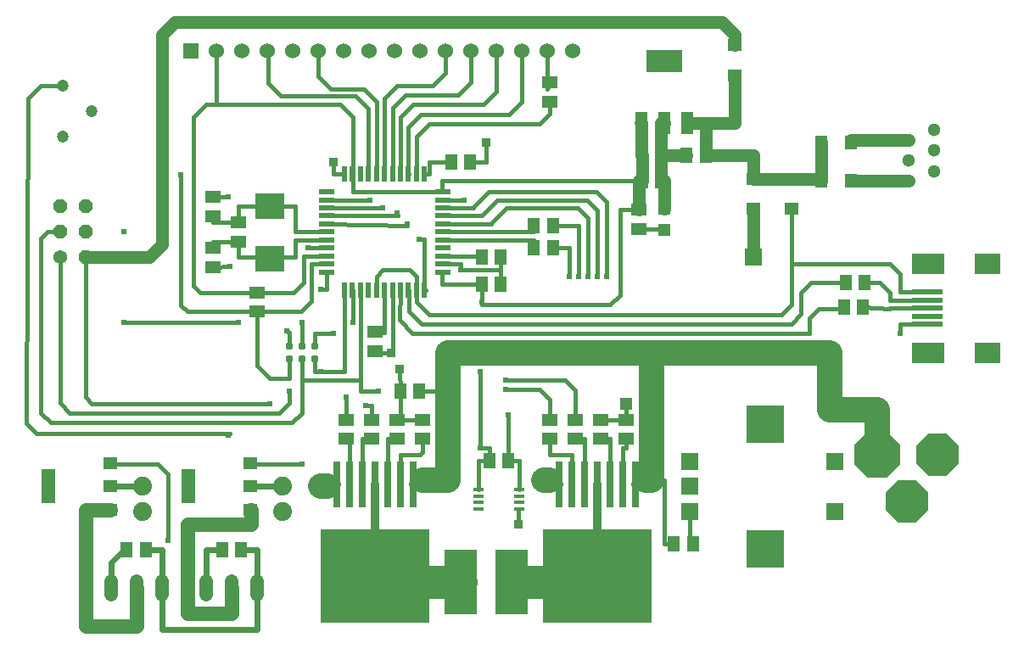
<source format=gbr>
G04 EAGLE Gerber RS-274X export*
G75*
%MOMM*%
%FSLAX34Y34*%
%LPD*%
%INBottom Copper*%
%IPPOS*%
%AMOC8*
5,1,8,0,0,1.08239X$1,22.5*%
G01*
%ADD10C,0.787400*%
%ADD11R,1.500000X1.300000*%
%ADD12R,2.500000X2.000000*%
%ADD13R,3.300000X2.000000*%
%ADD14R,3.100000X0.500000*%
%ADD15R,1.300000X1.600000*%
%ADD16R,1.300000X1.500000*%
%ADD17R,0.500000X1.500000*%
%ADD18R,1.500000X0.500000*%
%ADD19R,3.000000X2.500000*%
%ADD20R,1.200000X1.200000*%
%ADD21R,3.816000X3.816000*%
%ADD22R,1.800000X1.800000*%
%ADD23R,1.524000X1.524000*%
%ADD24C,1.524000*%
%ADD25R,1.219200X2.235200*%
%ADD26R,3.600000X2.200000*%
%ADD27C,1.300000*%
%ADD28R,1.400000X1.200000*%
%ADD29R,1.600000X1.300000*%
%ADD30C,1.371600*%
%ADD31P,1.484606X8X112.500000*%
%ADD32C,1.200000*%
%ADD33R,1.200000X1.400000*%
%ADD34R,10.800000X9.400000*%
%ADD35R,0.800000X4.600000*%
%ADD36R,1.000000X0.450000*%
%ADD37P,4.996312X8X292.500000*%
%ADD38P,4.563356X8X112.500000*%
%ADD39P,4.563356X8X22.500000*%
%ADD40R,1.400000X3.500000*%
%ADD41C,1.879600*%
%ADD42C,1.371600*%
%ADD43R,3.251200X6.451600*%
%ADD44C,0.406400*%
%ADD45R,0.609600X0.609600*%
%ADD46R,0.904800X0.904800*%
%ADD47R,0.804800X0.804800*%
%ADD48C,1.270000*%
%ADD49R,1.050000X1.050000*%
%ADD50C,0.812800*%
%ADD51C,2.540000*%
%ADD52C,1.422400*%
%ADD53C,0.609600*%
%ADD54C,3.302000*%


D10*
X298450Y292100D03*
X285750Y292100D03*
X273050Y292100D03*
X273050Y279400D03*
X285750Y279400D03*
X298450Y279400D03*
D11*
X622300Y428600D03*
X622300Y409600D03*
D12*
X969800Y285700D03*
X969800Y374700D03*
D13*
X910800Y285700D03*
X910800Y374700D03*
D14*
X909800Y346200D03*
X909800Y338200D03*
X909800Y330200D03*
X909800Y322200D03*
X909800Y314200D03*
D15*
X826986Y331724D03*
X845986Y331724D03*
X828700Y355600D03*
X847700Y355600D03*
D16*
X465544Y381000D03*
X484544Y381000D03*
D17*
X408300Y348400D03*
X400300Y348400D03*
X392300Y348400D03*
X384300Y348400D03*
X376300Y348400D03*
X368300Y348400D03*
X360300Y348400D03*
X352300Y348400D03*
X344300Y348400D03*
X336300Y348400D03*
X328300Y348400D03*
D18*
X310300Y366400D03*
X310300Y374400D03*
X310300Y382400D03*
X310300Y390400D03*
X310300Y398400D03*
X310300Y406400D03*
X310300Y414400D03*
X310300Y422400D03*
X310300Y430400D03*
X310300Y438400D03*
X310300Y446400D03*
D17*
X328300Y464400D03*
X336300Y464400D03*
X344300Y464400D03*
X352300Y464400D03*
X360300Y464400D03*
X368300Y464400D03*
X376300Y464400D03*
X384300Y464400D03*
X392300Y464400D03*
X400300Y464400D03*
X408300Y464400D03*
D18*
X426300Y446400D03*
X426300Y438400D03*
X426300Y430400D03*
X426300Y422400D03*
X426300Y414400D03*
X426300Y406400D03*
X426300Y398400D03*
X426300Y390400D03*
X426300Y382400D03*
X426300Y374400D03*
X426300Y366400D03*
D11*
X196850Y371500D03*
X196850Y390500D03*
X196850Y441300D03*
X196850Y422300D03*
D15*
X454000Y476250D03*
X435000Y476250D03*
D11*
X358775Y287744D03*
X358775Y306744D03*
D19*
X254000Y379750D03*
X254000Y432050D03*
D16*
X484544Y354394D03*
X465544Y354394D03*
D20*
X647700Y429600D03*
X647700Y408600D03*
D11*
X222250Y396900D03*
X222250Y415900D03*
X533400Y536600D03*
X533400Y555600D03*
D21*
X748100Y89900D03*
X748100Y214900D03*
D22*
X673100Y177400D03*
X673100Y152400D03*
X673100Y127400D03*
X818100Y127400D03*
X818100Y177400D03*
D23*
X175300Y586800D03*
D24*
X200700Y586800D03*
X226100Y586800D03*
X251500Y586800D03*
X276900Y586800D03*
X302300Y586800D03*
X327700Y586800D03*
X353100Y586800D03*
X378500Y586800D03*
X403900Y586800D03*
X429300Y586800D03*
X454700Y586800D03*
X480100Y586800D03*
X505500Y586800D03*
X530900Y586800D03*
X556300Y586800D03*
D16*
X688950Y482600D03*
X669950Y482600D03*
X625500Y482600D03*
X644500Y482600D03*
D25*
X670814Y515112D03*
X647700Y515112D03*
X624586Y515112D03*
D26*
X647700Y577090D03*
D27*
X916800Y508000D03*
X891400Y498000D03*
X916800Y487600D03*
X891400Y477600D03*
X916800Y467200D03*
X891400Y457200D03*
D28*
X774700Y429500D03*
X774700Y459500D03*
X736600Y429500D03*
X736600Y459500D03*
X717550Y592850D03*
X717550Y562850D03*
D16*
X625500Y457200D03*
X644500Y457200D03*
D29*
X241300Y327050D03*
X241300Y346050D03*
D30*
X44450Y381000D03*
D31*
X69850Y381000D03*
X44450Y406400D03*
X69850Y406400D03*
X44450Y431800D03*
X69850Y431800D03*
D32*
X47700Y552450D03*
X47700Y501650D03*
X76200Y527050D03*
D33*
X834150Y457200D03*
X804150Y457200D03*
D34*
X358800Y63300D03*
D35*
X358800Y154800D03*
X346100Y154800D03*
X333400Y154800D03*
X320700Y154800D03*
X371500Y154800D03*
X384200Y154800D03*
X396900Y154800D03*
D34*
X581050Y63300D03*
D35*
X581050Y154800D03*
X568350Y154800D03*
X555650Y154800D03*
X542950Y154800D03*
X593750Y154800D03*
X606450Y154800D03*
X619150Y154800D03*
D11*
X381000Y219050D03*
X381000Y200050D03*
X584200Y219050D03*
X584200Y200050D03*
X609600Y200050D03*
X609600Y219050D03*
X355600Y200050D03*
X355600Y219050D03*
X330200Y200050D03*
X330200Y219050D03*
X533400Y200050D03*
X533400Y219050D03*
X558800Y200050D03*
X558800Y219050D03*
D16*
X384200Y247650D03*
X403200Y247650D03*
X676250Y95250D03*
X657250Y95250D03*
X473100Y177800D03*
X492100Y177800D03*
D36*
X503100Y149450D03*
X503100Y142950D03*
X503100Y136450D03*
X503100Y129950D03*
X462100Y129950D03*
X462100Y136450D03*
X462100Y142950D03*
X462100Y149450D03*
D37*
X859950Y184150D03*
D38*
X919950Y184150D03*
D39*
X889950Y137150D03*
D28*
X234190Y175510D03*
X234190Y152400D03*
X234190Y129290D03*
D40*
X172210Y152400D03*
D16*
X517550Y390271D03*
X536550Y390271D03*
D28*
X94490Y175510D03*
X94490Y152400D03*
X94490Y129290D03*
D40*
X32510Y152400D03*
D16*
X517550Y412750D03*
X536550Y412750D03*
D41*
X266700Y127000D03*
X266700Y152400D03*
X127000Y127000D03*
X127000Y152400D03*
D42*
X146050Y57658D02*
X146050Y43942D01*
X120650Y43942D02*
X120650Y57658D01*
X95250Y57658D02*
X95250Y43942D01*
X241300Y43942D02*
X241300Y57658D01*
X215900Y57658D02*
X215900Y43942D01*
X190500Y43942D02*
X190500Y57658D01*
D16*
X130150Y88900D03*
X111150Y88900D03*
X225400Y88900D03*
X206400Y88900D03*
D11*
X406400Y200050D03*
X406400Y219050D03*
D43*
X444500Y57150D03*
X495300Y57150D03*
D33*
X834150Y495300D03*
X804150Y495300D03*
D44*
X444500Y374400D02*
X426300Y374400D01*
X376300Y348400D02*
X376300Y285750D01*
X644500Y482600D02*
X647700Y482600D01*
X647700Y457200D02*
X644500Y457200D01*
X916800Y487363D02*
X916800Y487600D01*
X909800Y314200D02*
X882650Y314200D01*
D45*
X882650Y304800D03*
D44*
X447650Y438400D02*
X426300Y438400D01*
D45*
X444500Y368300D03*
X447650Y438400D03*
D44*
X212471Y441071D02*
X196850Y441300D01*
D45*
X212471Y441071D03*
D44*
X292227Y390400D02*
X310300Y390400D01*
X292227Y390400D02*
X292227Y390398D01*
D45*
X292227Y390398D03*
D44*
X328300Y464400D02*
X328549Y464400D01*
X273050Y305562D02*
X273050Y292100D01*
X273050Y305562D02*
X270764Y307848D01*
D45*
X270764Y307848D03*
D44*
X454000Y476250D02*
X469900Y476250D01*
X469900Y495300D01*
D46*
X469900Y495300D03*
D47*
X374650Y285750D03*
D44*
X214186Y371729D02*
X196850Y371500D01*
D45*
X214186Y371729D03*
D48*
X644500Y515112D02*
X647700Y515112D01*
X644500Y515112D02*
X644500Y499660D01*
X644500Y482600D01*
X669950Y482600D01*
X644500Y482600D02*
X644500Y457200D01*
X647700Y444500D02*
X647700Y429600D01*
X647700Y444500D02*
X647700Y457200D01*
D49*
X647700Y444500D03*
X644500Y499660D03*
D44*
X882650Y314200D02*
X882650Y304800D01*
X358775Y287744D02*
X358775Y285750D01*
X374650Y285750D01*
X376300Y285750D01*
X381000Y219050D02*
X406400Y219050D01*
X673100Y127400D02*
X673100Y95250D01*
X676250Y95250D01*
X384200Y219050D02*
X384200Y247650D01*
X384200Y219050D02*
X381000Y219050D01*
X384200Y247650D02*
X383731Y269939D01*
D46*
X383731Y269939D03*
D44*
X503100Y129950D02*
X503024Y129948D01*
X502948Y129942D01*
X502873Y129932D01*
X502799Y129918D01*
X502725Y129901D01*
X502652Y129879D01*
X502580Y129854D01*
X502510Y129825D01*
X502442Y129792D01*
X502375Y129756D01*
X502310Y129716D01*
X502248Y129673D01*
X502187Y129627D01*
X502130Y129578D01*
X502075Y129525D01*
X502022Y129470D01*
X501973Y129413D01*
X501927Y129352D01*
X501884Y129290D01*
X501844Y129225D01*
X501808Y129158D01*
X501775Y129090D01*
X501746Y129020D01*
X501721Y128948D01*
X501699Y128875D01*
X501682Y128801D01*
X501668Y128727D01*
X501658Y128652D01*
X501652Y128576D01*
X501650Y128500D01*
X501650Y114300D01*
D46*
X501650Y114300D03*
D50*
X533400Y154800D02*
X542950Y154800D01*
X533400Y154800D02*
X533400Y158750D01*
D51*
X527050Y158750D01*
D22*
X527050Y158750D03*
D52*
X94490Y129290D02*
X69850Y129290D01*
X69850Y12700D01*
X120650Y12700D01*
X120650Y50800D01*
X234190Y129290D02*
X234950Y129290D01*
X234950Y114300D01*
X171450Y114300D01*
X171450Y25400D01*
X215900Y25400D01*
X215900Y50800D01*
D44*
X484544Y354394D02*
X484544Y381000D01*
X444500Y374400D02*
X444500Y368300D01*
X484544Y368300D01*
X484544Y381000D01*
X328300Y464400D02*
X317500Y464400D01*
X317500Y476250D01*
D46*
X317500Y476250D03*
D44*
X584200Y219050D02*
X609600Y219050D01*
X609600Y234950D01*
D20*
X609600Y234950D03*
D50*
X320700Y154800D02*
X317500Y154800D01*
X311150Y152400D01*
D51*
X304800Y152400D01*
D22*
X304800Y152400D03*
D44*
X285750Y258699D02*
X285750Y279400D01*
X285750Y258699D02*
X344300Y258699D01*
X344300Y348400D01*
X44450Y406400D02*
X31750Y406400D01*
X25400Y400050D01*
X25400Y225900D01*
X35400Y215900D01*
X275750Y215900D01*
X285750Y225900D01*
X285750Y258699D01*
X533400Y238857D02*
X533400Y219050D01*
X533400Y238857D02*
X523400Y248857D01*
X488950Y248857D01*
D45*
X488950Y248857D03*
X361950Y247650D03*
D44*
X344300Y247650D01*
X344300Y258699D01*
X298450Y266700D02*
X298450Y279400D01*
X304800Y266700D02*
X328300Y266700D01*
X328300Y348400D01*
X44450Y381000D02*
X44450Y235298D01*
X54450Y225298D01*
X263050Y225298D01*
X273050Y235298D01*
X273050Y247650D01*
D45*
X273050Y247650D03*
X304800Y266700D03*
D44*
X298450Y266700D01*
X558800Y248636D02*
X558800Y219050D01*
X558800Y248636D02*
X548800Y258636D01*
X488950Y258636D01*
D45*
X488950Y258636D03*
X349250Y233236D03*
D44*
X355600Y233236D01*
X355600Y219050D01*
X285750Y292100D02*
X285750Y316103D01*
D45*
X285750Y316103D03*
X336550Y316103D03*
X222250Y315786D03*
D44*
X107950Y315786D01*
D45*
X107950Y315786D03*
X107950Y406400D03*
D44*
X336300Y348400D02*
X336550Y348400D01*
X336550Y316103D01*
D45*
X330200Y241300D03*
D44*
X330200Y219050D01*
X392300Y348400D02*
X392938Y348400D01*
X405638Y314579D02*
X527050Y314579D01*
X405638Y314579D02*
X392938Y327279D01*
X392938Y348400D01*
X794225Y355600D02*
X828700Y355600D01*
X794225Y355600D02*
X784225Y345600D01*
X784225Y324452D01*
X774225Y314452D01*
X527050Y314452D01*
X527050Y314579D01*
X47700Y552450D02*
X25337Y552450D01*
X12638Y539812D01*
X11035Y215473D01*
X21035Y205423D01*
X214186Y205423D01*
X212471Y203200D01*
D45*
X212471Y203200D03*
X304800Y349250D03*
D44*
X310300Y349250D01*
X310300Y366400D01*
X454700Y555625D02*
X454700Y586800D01*
X454700Y555625D02*
X442000Y542925D01*
X389000Y542925D01*
X376300Y530225D01*
X376300Y464400D01*
X492100Y177800D02*
X503100Y177800D01*
X503100Y149450D01*
X474917Y414400D02*
X426300Y414400D01*
X474917Y414400D02*
X474917Y415100D01*
X490157Y430340D01*
X561500Y430340D01*
X571500Y420340D01*
X571500Y361950D01*
D45*
X571500Y361950D03*
X491871Y223965D03*
D44*
X492100Y222250D01*
X492100Y177800D01*
X517550Y406400D02*
X426300Y406400D01*
X517550Y406400D02*
X517550Y412750D01*
X426300Y398780D02*
X426300Y398400D01*
X517550Y398400D01*
X517550Y390271D01*
X465646Y422400D02*
X426300Y422400D01*
D53*
X111150Y88900D02*
X107950Y88900D01*
X95250Y76200D01*
X95250Y50800D01*
D44*
X465646Y422400D02*
X465646Y422910D01*
X480886Y438150D01*
X570771Y438150D01*
X580771Y428150D01*
X580771Y361950D01*
D45*
X580771Y361950D03*
D44*
X392430Y464400D02*
X392300Y464400D01*
X505500Y536131D02*
X505500Y586800D01*
X505500Y536131D02*
X492800Y523431D01*
X405000Y523431D01*
X392300Y510731D01*
X392300Y464400D01*
X400050Y361950D02*
X400050Y348400D01*
X400050Y361950D02*
X393700Y368300D01*
X366650Y368300D01*
X360300Y361950D01*
X360300Y348400D01*
X400050Y348400D02*
X400300Y348400D01*
X400050Y348400D02*
X400050Y336550D01*
X412750Y323850D01*
X764700Y323850D01*
X774700Y333850D01*
X774700Y374650D01*
X872650Y374650D01*
X882650Y364650D01*
X882650Y346200D01*
X909800Y346200D01*
X774700Y374650D02*
X774700Y429500D01*
X360300Y464400D02*
X360300Y536575D01*
X347600Y549275D01*
X315000Y549275D01*
X302300Y561975D01*
X302300Y586800D01*
X480100Y586800D02*
X480100Y546100D01*
X467400Y533400D01*
X397000Y533400D01*
X384300Y520700D01*
X384300Y464400D01*
X426300Y382400D02*
X465544Y382400D01*
X465544Y381000D01*
D45*
X381254Y425450D03*
D44*
X381508Y422400D01*
X310300Y422400D01*
D45*
X390906Y414401D03*
D44*
X390906Y412749D01*
X310300Y414400D01*
X310300Y438400D02*
X354203Y438150D01*
D45*
X354203Y438150D03*
D44*
X340995Y430400D02*
X310300Y430400D01*
X340995Y430400D02*
X366395Y430530D01*
D45*
X366395Y430530D03*
D44*
X408300Y348400D02*
X409575Y348400D01*
D45*
X402590Y399415D03*
D44*
X408300Y399415D01*
X408300Y348400D01*
X400300Y464400D02*
X400050Y464400D01*
X400050Y501650D01*
X412750Y514350D01*
X523400Y514350D01*
X533400Y524350D01*
X533400Y536600D01*
X622300Y409600D02*
X647700Y409600D01*
X647700Y408600D01*
X872998Y338200D02*
X909800Y338200D01*
X872998Y338200D02*
X872998Y345600D01*
X862998Y355600D01*
X847700Y355600D01*
X872998Y330200D02*
X909800Y330200D01*
X872998Y330200D02*
X872998Y330010D01*
X845986Y331724D01*
X457200Y430400D02*
X426300Y430400D01*
D53*
X206400Y88900D02*
X190500Y88900D01*
X190500Y50800D01*
D44*
X457200Y430400D02*
X457200Y430975D01*
X472440Y446215D01*
X580042Y446215D01*
X590042Y436215D01*
X590042Y361950D01*
D45*
X590042Y361950D03*
D44*
X252032Y586800D02*
X251500Y586800D01*
X252032Y586800D02*
X252032Y554482D01*
X264732Y541782D01*
X339600Y541782D01*
X352300Y529082D01*
X352300Y464400D01*
X429300Y565150D02*
X429300Y586800D01*
X429300Y565150D02*
X416600Y552450D01*
X381000Y552450D01*
X368300Y539750D01*
X368300Y464400D01*
X310300Y374400D02*
X295402Y374400D01*
X285402Y327050D02*
X241300Y327050D01*
X285402Y327050D02*
X295402Y337050D01*
X295402Y374400D01*
X273050Y279400D02*
X273050Y260350D01*
X254000Y260350D01*
X241300Y273050D01*
X241300Y327050D01*
X171450Y327050D01*
X165100Y333400D01*
X165100Y463550D01*
D45*
X165100Y463550D03*
D44*
X222250Y396900D02*
X222250Y381000D01*
X254000Y381000D01*
X254000Y379750D01*
X254000Y381000D02*
X279400Y381000D01*
X279400Y398400D01*
X310300Y398400D01*
X222250Y396900D02*
X215900Y395000D01*
X196850Y396900D02*
X196850Y390500D01*
X196850Y396900D02*
X222250Y396900D01*
X408300Y464400D02*
X412750Y464400D01*
X412750Y476250D01*
X435000Y476250D01*
X310300Y406400D02*
X279400Y406400D01*
X279400Y431800D01*
X254000Y431800D01*
X254000Y432050D01*
X222250Y432050D01*
X222250Y415900D01*
X196850Y415900D01*
X196850Y422300D01*
X358775Y306744D02*
X368300Y306100D01*
X368300Y348400D01*
X226100Y586800D02*
X226060Y586800D01*
X530900Y586800D02*
X530900Y549250D01*
X533400Y555600D01*
X426300Y366400D02*
X425450Y366400D01*
X425450Y354394D01*
X465544Y354394D01*
X310300Y382400D02*
X287401Y382400D01*
X277401Y346050D02*
X241300Y346050D01*
X277401Y346050D02*
X287401Y356050D01*
X287401Y382400D01*
D50*
X622300Y515112D02*
X624586Y515112D01*
D48*
X622300Y457200D02*
X622300Y428600D01*
X622300Y457200D02*
X625500Y457200D01*
X625500Y482600D01*
X624586Y482600D01*
X624586Y515112D01*
D53*
X146050Y88900D02*
X130150Y88900D01*
X146050Y88900D02*
X146050Y50800D01*
X225400Y88900D02*
X241300Y88900D01*
X241300Y50800D01*
X241300Y9271D01*
X146050Y9271D01*
X146050Y50800D01*
D44*
X462100Y149450D02*
X462100Y177800D01*
X473100Y177800D01*
X603250Y428600D02*
X622300Y428600D01*
X603250Y428600D02*
X603250Y343629D01*
X593250Y333629D01*
X465544Y333629D01*
X465544Y336550D01*
X426300Y446400D02*
X425450Y446400D01*
X425450Y457200D01*
X625500Y457200D01*
X336550Y464400D02*
X336300Y464400D01*
X336550Y464400D02*
X336550Y446400D01*
X426300Y446400D01*
X200700Y533400D02*
X200700Y586800D01*
X200700Y533400D02*
X323850Y533400D01*
X336550Y520700D01*
X336550Y464400D01*
X241300Y346050D02*
X184150Y346050D01*
X177800Y352400D01*
X177800Y520700D01*
X190500Y533400D01*
X200700Y533400D01*
D45*
X463550Y190500D03*
D44*
X473100Y190500D02*
X473100Y177800D01*
X473100Y190500D02*
X463550Y190500D01*
X463550Y266700D01*
D45*
X463550Y266700D03*
X465544Y336550D03*
D44*
X465544Y354394D01*
X298450Y304800D02*
X298450Y292100D01*
X298450Y304800D02*
X317500Y304800D01*
D45*
X317500Y304800D03*
X254000Y234950D03*
D44*
X76200Y234950D01*
X69850Y241300D01*
X69850Y381000D01*
D48*
X133350Y381000D01*
X146050Y393700D01*
X146050Y603250D01*
X158750Y615950D01*
X704850Y615950D01*
X717550Y603250D01*
X717550Y592850D01*
X834150Y457200D02*
X891400Y457200D01*
D44*
X792036Y320010D02*
X792036Y305308D01*
X792036Y320010D02*
X802036Y330010D01*
X826986Y330010D01*
X384683Y348400D02*
X384300Y348400D01*
X384683Y348400D02*
X383494Y318513D01*
X396184Y305308D01*
X792036Y305308D01*
X826986Y330010D02*
X826986Y331724D01*
X333400Y200050D02*
X330200Y200050D01*
X333400Y200050D02*
X333400Y154800D01*
X533400Y184150D02*
X533400Y200050D01*
X533400Y184150D02*
X555650Y184150D01*
X555650Y154800D01*
X355600Y200050D02*
X346100Y200050D01*
X346100Y154800D01*
X558800Y200050D02*
X568350Y200050D01*
X568350Y154800D01*
X609600Y190500D02*
X609600Y200050D01*
X609600Y190500D02*
X606450Y190500D01*
X606450Y154800D01*
X593750Y200050D02*
X584200Y200050D01*
X593750Y200050D02*
X593750Y154800D01*
X381000Y200050D02*
X371500Y200050D01*
X371500Y154800D01*
D54*
X358800Y57150D02*
X444500Y57150D01*
X358800Y57150D02*
X358800Y63300D01*
D50*
X358800Y154800D01*
D54*
X495300Y57150D02*
X581050Y57150D01*
X581050Y63300D01*
D50*
X581050Y154800D01*
X406400Y154800D02*
X396900Y154800D01*
X406400Y154800D02*
X406400Y158750D01*
D51*
X431800Y158750D01*
X431800Y247650D01*
X431800Y285750D01*
X635000Y285750D01*
X812800Y285750D01*
X812800Y228600D01*
X859950Y228600D01*
X859950Y184150D01*
D50*
X628650Y154800D02*
X619150Y154800D01*
X628650Y154800D02*
X628650Y158750D01*
D51*
X635000Y158750D01*
X635000Y285750D01*
D44*
X647700Y95250D02*
X657250Y95250D01*
X647700Y95250D02*
X647700Y158750D01*
X635000Y158750D01*
X431800Y247650D02*
X403200Y247650D01*
D22*
X736600Y381000D03*
D48*
X736600Y429500D01*
D44*
X552450Y390271D02*
X536550Y390271D01*
X552450Y390271D02*
X552450Y361950D01*
D45*
X552450Y361950D03*
X285750Y175070D03*
D44*
X234190Y175070D01*
X234190Y175510D01*
X536550Y412750D02*
X562356Y412750D01*
X562356Y362077D01*
D45*
X562356Y362077D03*
D44*
X152400Y164371D02*
X152400Y98171D01*
X152400Y164371D02*
X142400Y174371D01*
X94490Y174371D01*
X94490Y175510D01*
D45*
X152400Y98171D03*
D53*
X234190Y152400D02*
X266700Y152400D01*
X127000Y152400D02*
X94490Y152400D01*
D44*
X406400Y186690D02*
X406400Y200050D01*
X406400Y186690D02*
X403860Y184150D01*
X384200Y184150D01*
X384200Y154800D01*
X688950Y482600D02*
X692150Y482600D01*
D48*
X717550Y515112D02*
X717550Y562850D01*
X717550Y515112D02*
X688950Y515112D01*
X804150Y495300D02*
X804150Y457200D01*
X804150Y459500D01*
X774700Y459500D01*
X736600Y459500D01*
X736600Y482600D01*
X688950Y482600D01*
X688950Y515112D02*
X670814Y515112D01*
X688950Y515112D02*
X688950Y482600D01*
X834150Y498000D02*
X891400Y498000D01*
X834150Y498000D02*
X834150Y495300D01*
M02*

</source>
